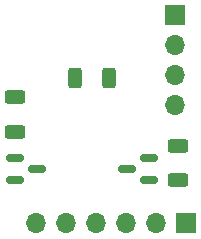
<source format=gbr>
%TF.GenerationSoftware,KiCad,Pcbnew,(6.0.0)*%
%TF.CreationDate,2022-01-16T12:51:45+01:00*%
%TF.ProjectId,HW_watchdog,48575f77-6174-4636-9864-6f672e6b6963,rev?*%
%TF.SameCoordinates,Original*%
%TF.FileFunction,Soldermask,Bot*%
%TF.FilePolarity,Negative*%
%FSLAX46Y46*%
G04 Gerber Fmt 4.6, Leading zero omitted, Abs format (unit mm)*
G04 Created by KiCad (PCBNEW (6.0.0)) date 2022-01-16 12:51:45*
%MOMM*%
%LPD*%
G01*
G04 APERTURE LIST*
G04 Aperture macros list*
%AMRoundRect*
0 Rectangle with rounded corners*
0 $1 Rounding radius*
0 $2 $3 $4 $5 $6 $7 $8 $9 X,Y pos of 4 corners*
0 Add a 4 corners polygon primitive as box body*
4,1,4,$2,$3,$4,$5,$6,$7,$8,$9,$2,$3,0*
0 Add four circle primitives for the rounded corners*
1,1,$1+$1,$2,$3*
1,1,$1+$1,$4,$5*
1,1,$1+$1,$6,$7*
1,1,$1+$1,$8,$9*
0 Add four rect primitives between the rounded corners*
20,1,$1+$1,$2,$3,$4,$5,0*
20,1,$1+$1,$4,$5,$6,$7,0*
20,1,$1+$1,$6,$7,$8,$9,0*
20,1,$1+$1,$8,$9,$2,$3,0*%
G04 Aperture macros list end*
%ADD10R,1.700000X1.700000*%
%ADD11O,1.700000X1.700000*%
%ADD12RoundRect,0.250000X0.312500X0.625000X-0.312500X0.625000X-0.312500X-0.625000X0.312500X-0.625000X0*%
%ADD13RoundRect,0.250000X0.625000X-0.312500X0.625000X0.312500X-0.625000X0.312500X-0.625000X-0.312500X0*%
%ADD14RoundRect,0.150000X-0.587500X-0.150000X0.587500X-0.150000X0.587500X0.150000X-0.587500X0.150000X0*%
%ADD15RoundRect,0.150000X0.587500X0.150000X-0.587500X0.150000X-0.587500X-0.150000X0.587500X-0.150000X0*%
G04 APERTURE END LIST*
D10*
%TO.C,J1*%
X139000000Y-135625000D03*
D11*
X136460000Y-135625000D03*
X133920000Y-135625000D03*
X131380000Y-135625000D03*
X128840000Y-135625000D03*
X126300000Y-135625000D03*
%TD*%
D12*
%TO.C,R1*%
X132462500Y-123337500D03*
X129537500Y-123337500D03*
%TD*%
D10*
%TO.C,J2*%
X138000000Y-118000000D03*
D11*
X138000000Y-120540000D03*
X138000000Y-123080000D03*
X138000000Y-125620000D03*
%TD*%
D13*
%TO.C,R4*%
X124500000Y-127900000D03*
X124500000Y-124975000D03*
%TD*%
D14*
%TO.C,Q1*%
X124462500Y-131987500D03*
X124462500Y-130087500D03*
X126337500Y-131037500D03*
%TD*%
D13*
%TO.C,R5*%
X138300000Y-132000000D03*
X138300000Y-129075000D03*
%TD*%
D15*
%TO.C,Q2*%
X135837500Y-130087500D03*
X135837500Y-131987500D03*
X133962500Y-131037500D03*
%TD*%
M02*

</source>
